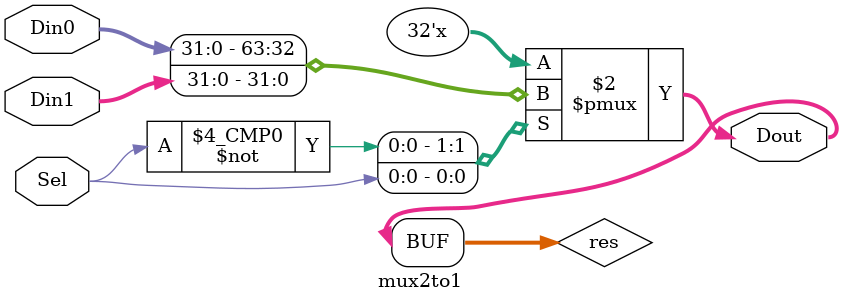
<source format=v>
`timescale 1ns / 1ps
module mux2to1(
    input [31:0] Din0,
    input [31:0] Din1,
    input Sel,
    output [31:0] Dout
    );
	 
	reg [31:0] res;
	assign Dout = res;
	always @(*) 
	begin
		case(Sel)
			1'b0: begin res = Din0; end
			1'b1: begin res = Din1; end
		endcase
	end


endmodule

</source>
